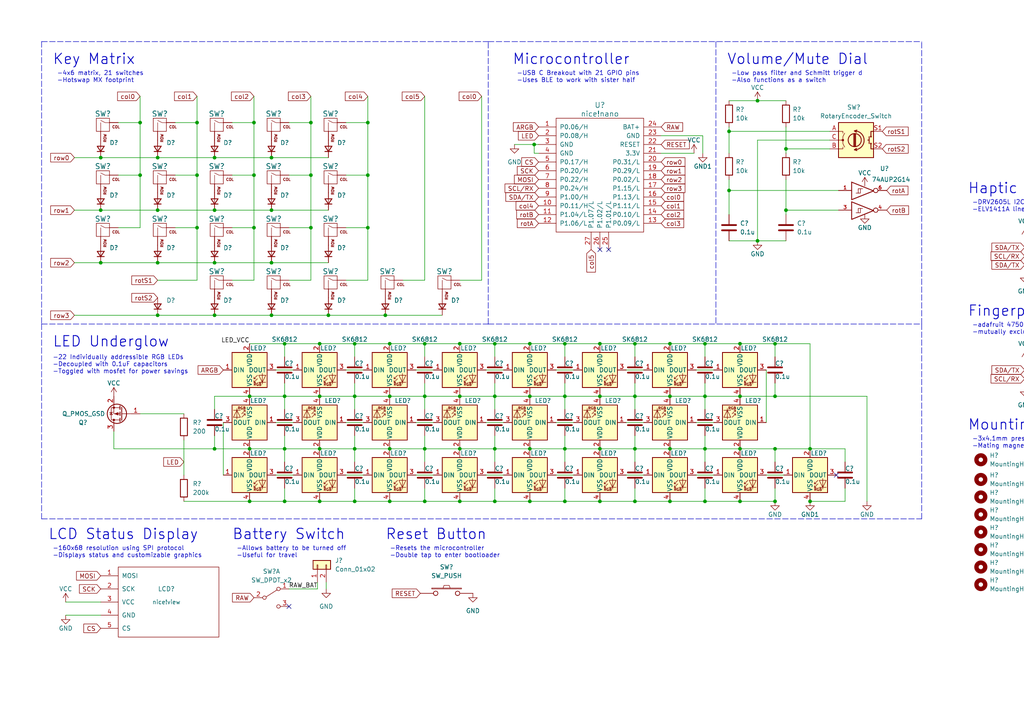
<source format=kicad_sch>
(kicad_sch (version 20211123) (generator eeschema)
  (paper "A4")
  (junction (at 102.87 130.175))
  (junction (at 82.55 145.415))
  (junction (at 72.39 130.175))
  (junction (at 73.66 50.8))
  (junction (at 62.23 60.96))
  (junction (at 90.17 35.56))
  (junction (at 123.19 114.935))
  (junction (at 224.79 114.935))
  (junction (at 102.87 145.415))
  (junction (at 153.67 145.415))
  (junction (at 62.23 91.44))
  (junction (at 92.71 130.175))
  (junction (at 78.74 60.96))
  (junction (at 224.79 145.415))
  (junction (at 82.55 130.175))
  (junction (at 143.51 114.935))
  (junction (at 204.47 145.415))
  (junction (at 90.17 50.8))
  (junction (at 154.94 41.91))
  (junction (at 123.19 99.695))
  (junction (at 29.21 76.2))
  (junction (at 163.83 114.935))
  (junction (at 214.63 114.935))
  (junction (at 184.15 114.935))
  (junction (at 111.76 91.44))
  (junction (at 224.79 99.695))
  (junction (at 133.35 99.695))
  (junction (at 194.31 130.175))
  (junction (at 214.63 99.695))
  (junction (at 163.83 145.415))
  (junction (at 163.83 130.175))
  (junction (at 204.47 99.695))
  (junction (at 234.95 130.175))
  (junction (at 153.67 99.695))
  (junction (at 234.95 145.415))
  (junction (at 40.64 50.8))
  (junction (at 123.19 145.415))
  (junction (at 133.35 130.175))
  (junction (at 113.03 114.935))
  (junction (at 143.51 130.175))
  (junction (at 227.965 43.18))
  (junction (at 133.35 145.415))
  (junction (at 92.71 99.695))
  (junction (at 78.74 91.44))
  (junction (at 95.25 91.44))
  (junction (at 133.35 114.935))
  (junction (at 73.66 35.56))
  (junction (at 113.03 130.175))
  (junction (at 62.23 76.2))
  (junction (at 73.66 66.04))
  (junction (at 106.68 66.04))
  (junction (at 173.99 130.175))
  (junction (at 143.51 99.695))
  (junction (at 72.39 114.935))
  (junction (at 45.72 45.72))
  (junction (at 57.15 50.8))
  (junction (at 78.74 45.72))
  (junction (at 194.31 99.695))
  (junction (at 214.63 145.415))
  (junction (at 224.79 130.175))
  (junction (at 214.63 130.175))
  (junction (at 106.68 50.8))
  (junction (at 92.71 145.415))
  (junction (at 204.47 130.175))
  (junction (at 113.03 99.695))
  (junction (at 29.21 45.72))
  (junction (at 45.72 91.44))
  (junction (at 62.23 45.72))
  (junction (at 45.72 76.2))
  (junction (at 153.67 130.175))
  (junction (at 163.83 99.695))
  (junction (at 211.455 38.1))
  (junction (at 227.965 60.96))
  (junction (at 219.71 69.85))
  (junction (at 78.74 76.2))
  (junction (at 102.87 114.935))
  (junction (at 82.55 114.935))
  (junction (at 184.15 130.175))
  (junction (at 173.99 99.695))
  (junction (at 173.99 114.935))
  (junction (at 153.67 114.935))
  (junction (at 90.17 66.04))
  (junction (at 72.39 145.415))
  (junction (at 123.19 130.175))
  (junction (at 40.64 35.56))
  (junction (at 204.47 114.935))
  (junction (at 57.15 66.04))
  (junction (at 92.71 114.935))
  (junction (at 184.15 145.415))
  (junction (at 173.99 145.415))
  (junction (at 184.15 99.695))
  (junction (at 106.68 35.56))
  (junction (at 102.87 99.695))
  (junction (at 57.15 35.56))
  (junction (at 219.71 29.21))
  (junction (at 194.31 145.415))
  (junction (at 45.72 60.96))
  (junction (at 82.55 99.695))
  (junction (at 194.31 114.935))
  (junction (at 29.21 60.96))
  (junction (at 211.455 55.245))
  (junction (at 113.03 145.415))
  (junction (at 62.23 130.175))
  (junction (at 143.51 145.415))
  (no_connect (at 173.99 72.39))
  (no_connect (at 242.57 137.795))
  (no_connect (at 176.53 72.39))
  (no_connect (at 83.82 175.895))
  (wire (pts (xy 140.97 122.555) (xy 146.05 122.555)))
  (wire (pts (xy 184.15 114.935) (xy 184.15 118.745)))
  (wire (pts (xy 123.19 114.935) (xy 133.35 114.935)))
  (wire (pts (xy 62.23 60.96) (xy 78.74 60.96)))
  (wire (pts (xy 123.19 130.175) (xy 133.35 130.175)))
  (wire (pts (xy 123.19 126.365) (xy 123.19 130.175)))
  (wire (pts (xy 78.74 76.2) (xy 95.25 76.2)))
  (wire (pts (xy 29.21 45.72) (xy 45.72 45.72)))
  (wire (pts (xy 143.51 103.505) (xy 143.51 99.695)))
  (wire (pts (xy 227.965 43.18) (xy 240.665 43.18)))
  (wire (pts (xy 211.455 55.245) (xy 243.205 55.245)))
  (wire (pts (xy 82.55 111.125) (xy 82.55 114.935)))
  (wire (pts (xy 82.55 126.365) (xy 82.55 130.175)))
  (wire (pts (xy 100.33 107.315) (xy 105.41 107.315)))
  (wire (pts (xy 154.94 44.45) (xy 154.94 41.91)))
  (wire (pts (xy 163.83 111.125) (xy 163.83 114.935)))
  (wire (pts (xy 163.83 145.415) (xy 173.99 145.415)))
  (polyline (pts (xy 141.605 93.98) (xy 267.335 93.98)))
  (wire (pts (xy 211.455 36.83) (xy 211.455 38.1)))
  (wire (pts (xy 173.99 99.695) (xy 184.15 99.695)))
  (wire (pts (xy 94.615 168.91) (xy 94.615 170.815)))
  (wire (pts (xy 143.51 111.125) (xy 143.51 114.935)))
  (polyline (pts (xy 267.335 150.495) (xy 267.335 93.98)))
  (wire (pts (xy 73.66 81.28) (xy 73.66 66.04)))
  (wire (pts (xy 227.965 36.83) (xy 227.965 43.18)))
  (wire (pts (xy 45.72 60.96) (xy 62.23 60.96)))
  (wire (pts (xy 201.93 107.315) (xy 207.01 107.315)))
  (wire (pts (xy 106.68 66.04) (xy 106.68 50.8)))
  (wire (pts (xy 72.39 145.415) (xy 82.55 145.415)))
  (wire (pts (xy 184.15 145.415) (xy 194.31 145.415)))
  (wire (pts (xy 67.31 66.04) (xy 73.66 66.04)))
  (wire (pts (xy 100.33 137.795) (xy 105.41 137.795)))
  (wire (pts (xy 106.68 35.56) (xy 106.68 50.8)))
  (wire (pts (xy 21.59 76.2) (xy 29.21 76.2)))
  (wire (pts (xy 57.15 66.04) (xy 57.15 50.8)))
  (wire (pts (xy 156.21 44.45) (xy 154.94 44.45)))
  (wire (pts (xy 224.79 99.695) (xy 234.95 99.695)))
  (wire (pts (xy 204.47 114.935) (xy 214.63 114.935)))
  (wire (pts (xy 45.72 76.2) (xy 62.23 76.2)))
  (wire (pts (xy 40.64 120.015) (xy 53.34 120.015)))
  (wire (pts (xy 40.64 66.04) (xy 40.64 50.8)))
  (polyline (pts (xy 12.065 93.98) (xy 141.605 93.98)))
  (wire (pts (xy 245.11 130.175) (xy 234.95 130.175)))
  (wire (pts (xy 204.47 111.125) (xy 204.47 114.935)))
  (wire (pts (xy 214.63 99.695) (xy 224.79 99.695)))
  (wire (pts (xy 201.93 137.795) (xy 207.01 137.795)))
  (wire (pts (xy 92.71 114.935) (xy 102.87 114.935)))
  (wire (pts (xy 139.7 27.94) (xy 139.7 81.28)))
  (wire (pts (xy 211.455 55.245) (xy 211.455 62.23)))
  (wire (pts (xy 78.74 91.44) (xy 95.25 91.44)))
  (wire (pts (xy 83.82 35.56) (xy 90.17 35.56)))
  (wire (pts (xy 33.02 130.175) (xy 33.02 125.095)))
  (wire (pts (xy 50.8 50.8) (xy 57.15 50.8)))
  (wire (pts (xy 219.71 29.21) (xy 227.965 29.21)))
  (wire (pts (xy 211.455 38.1) (xy 211.455 44.45)))
  (wire (pts (xy 211.455 38.1) (xy 240.665 38.1)))
  (wire (pts (xy 143.51 130.175) (xy 143.51 133.985)))
  (wire (pts (xy 194.31 130.175) (xy 204.47 130.175)))
  (wire (pts (xy 224.79 111.125) (xy 224.79 114.935)))
  (wire (pts (xy 219.71 69.85) (xy 227.965 69.85)))
  (wire (pts (xy 90.17 81.28) (xy 90.17 66.04)))
  (wire (pts (xy 133.35 145.415) (xy 143.51 145.415)))
  (wire (pts (xy 181.61 137.795) (xy 186.69 137.795)))
  (wire (pts (xy 123.19 99.695) (xy 123.19 103.505)))
  (wire (pts (xy 102.87 130.175) (xy 102.87 133.985)))
  (wire (pts (xy 133.35 99.695) (xy 143.51 99.695)))
  (wire (pts (xy 62.23 126.365) (xy 62.23 130.175)))
  (wire (pts (xy 92.71 145.415) (xy 102.87 145.415)))
  (wire (pts (xy 64.77 122.555) (xy 64.77 137.795)))
  (wire (pts (xy 224.79 114.935) (xy 251.46 114.935)))
  (wire (pts (xy 92.71 99.695) (xy 102.87 99.695)))
  (wire (pts (xy 113.03 114.935) (xy 123.19 114.935)))
  (wire (pts (xy 73.66 66.04) (xy 73.66 50.8)))
  (wire (pts (xy 62.23 76.2) (xy 78.74 76.2)))
  (wire (pts (xy 100.33 50.8) (xy 106.68 50.8)))
  (wire (pts (xy 73.66 27.94) (xy 73.66 35.56)))
  (wire (pts (xy 163.83 126.365) (xy 163.83 130.175)))
  (wire (pts (xy 106.68 27.94) (xy 106.68 35.56)))
  (wire (pts (xy 191.77 44.45) (xy 201.295 44.45)))
  (wire (pts (xy 90.17 66.04) (xy 90.17 50.8)))
  (wire (pts (xy 211.455 69.85) (xy 219.71 69.85)))
  (wire (pts (xy 143.51 141.605) (xy 143.51 145.415)))
  (polyline (pts (xy 12.065 12.065) (xy 141.605 12.065)))
  (wire (pts (xy 80.01 122.555) (xy 85.09 122.555)))
  (wire (pts (xy 204.47 126.365) (xy 204.47 130.175)))
  (wire (pts (xy 163.83 130.175) (xy 163.83 133.985)))
  (wire (pts (xy 163.83 114.935) (xy 163.83 118.745)))
  (wire (pts (xy 120.65 107.315) (xy 125.73 107.315)))
  (wire (pts (xy 211.455 29.21) (xy 219.71 29.21)))
  (wire (pts (xy 102.87 145.415) (xy 113.03 145.415)))
  (wire (pts (xy 227.965 52.07) (xy 227.965 60.96)))
  (wire (pts (xy 227.965 60.96) (xy 227.965 62.23)))
  (polyline (pts (xy 12.065 12.065) (xy 12.065 93.98)))
  (polyline (pts (xy 12.065 150.495) (xy 267.335 150.495)))
  (polyline (pts (xy 12.065 93.98) (xy 12.065 150.495)))
  (wire (pts (xy 21.59 91.44) (xy 45.72 91.44)))
  (polyline (pts (xy 141.605 93.98) (xy 141.605 12.065)))
  (wire (pts (xy 102.87 141.605) (xy 102.87 145.415)))
  (wire (pts (xy 34.29 35.56) (xy 40.64 35.56)))
  (wire (pts (xy 100.33 81.28) (xy 106.68 81.28)))
  (wire (pts (xy 204.47 133.985) (xy 204.47 130.175)))
  (wire (pts (xy 227.965 43.18) (xy 227.965 44.45)))
  (wire (pts (xy 57.15 27.94) (xy 57.15 35.56)))
  (wire (pts (xy 204.47 114.935) (xy 204.47 118.745)))
  (wire (pts (xy 57.15 81.28) (xy 57.15 66.04)))
  (wire (pts (xy 184.15 99.695) (xy 184.15 103.505)))
  (wire (pts (xy 45.72 81.28) (xy 57.15 81.28)))
  (wire (pts (xy 72.39 99.695) (xy 82.55 99.695)))
  (wire (pts (xy 161.29 107.315) (xy 166.37 107.315)))
  (wire (pts (xy 82.55 99.695) (xy 82.55 103.505)))
  (wire (pts (xy 163.83 141.605) (xy 163.83 145.415)))
  (wire (pts (xy 72.39 114.935) (xy 82.55 114.935)))
  (wire (pts (xy 120.65 137.795) (xy 125.73 137.795)))
  (wire (pts (xy 143.51 99.695) (xy 153.67 99.695)))
  (wire (pts (xy 80.01 137.795) (xy 85.09 137.795)))
  (wire (pts (xy 173.99 130.175) (xy 184.15 130.175)))
  (wire (pts (xy 62.23 91.44) (xy 78.74 91.44)))
  (wire (pts (xy 245.11 133.985) (xy 245.11 130.175)))
  (wire (pts (xy 113.03 145.415) (xy 123.19 145.415)))
  (polyline (pts (xy 267.335 93.98) (xy 267.335 12.065)))
  (wire (pts (xy 156.21 41.91) (xy 154.94 41.91)))
  (wire (pts (xy 123.19 141.605) (xy 123.19 145.415)))
  (wire (pts (xy 224.79 133.985) (xy 224.79 130.175)))
  (wire (pts (xy 139.7 81.28) (xy 133.35 81.28)))
  (wire (pts (xy 161.29 122.555) (xy 166.37 122.555)))
  (wire (pts (xy 163.83 99.695) (xy 173.99 99.695)))
  (wire (pts (xy 222.25 137.795) (xy 227.33 137.795)))
  (wire (pts (xy 181.61 107.315) (xy 186.69 107.315)))
  (wire (pts (xy 21.59 45.72) (xy 29.21 45.72)))
  (wire (pts (xy 82.55 130.175) (xy 92.71 130.175)))
  (wire (pts (xy 224.79 145.415) (xy 224.79 141.605)))
  (wire (pts (xy 227.965 60.96) (xy 243.205 60.96)))
  (wire (pts (xy 219.71 40.64) (xy 240.665 40.64)))
  (wire (pts (xy 143.51 130.175) (xy 153.67 130.175)))
  (wire (pts (xy 102.87 114.935) (xy 113.03 114.935)))
  (wire (pts (xy 90.17 27.94) (xy 90.17 35.56)))
  (wire (pts (xy 245.11 141.605) (xy 245.11 145.415)))
  (wire (pts (xy 173.99 145.415) (xy 184.15 145.415)))
  (wire (pts (xy 194.31 114.935) (xy 204.47 114.935)))
  (wire (pts (xy 19.05 174.625) (xy 29.21 174.625)))
  (wire (pts (xy 219.71 40.64) (xy 219.71 69.85)))
  (wire (pts (xy 82.55 114.935) (xy 92.71 114.935)))
  (wire (pts (xy 92.71 130.175) (xy 102.87 130.175)))
  (wire (pts (xy 143.51 126.365) (xy 143.51 130.175)))
  (wire (pts (xy 102.87 99.695) (xy 113.03 99.695)))
  (wire (pts (xy 133.35 130.175) (xy 143.51 130.175)))
  (wire (pts (xy 102.87 114.935) (xy 102.87 118.745)))
  (wire (pts (xy 34.29 50.8) (xy 40.64 50.8)))
  (wire (pts (xy 173.99 114.935) (xy 184.15 114.935)))
  (wire (pts (xy 194.31 99.695) (xy 204.47 99.695)))
  (wire (pts (xy 184.15 99.695) (xy 194.31 99.695)))
  (wire (pts (xy 111.76 91.44) (xy 128.27 91.44)))
  (wire (pts (xy 45.72 91.44) (xy 62.23 91.44)))
  (wire (pts (xy 92.075 168.91) (xy 92.075 170.815)))
  (wire (pts (xy 72.39 114.935) (xy 62.23 114.935)))
  (wire (pts (xy 100.33 35.56) (xy 106.68 35.56)))
  (wire (pts (xy 78.74 45.72) (xy 95.25 45.72)))
  (wire (pts (xy 184.15 130.175) (xy 184.15 133.985)))
  (wire (pts (xy 67.31 81.28) (xy 73.66 81.28)))
  (wire (pts (xy 19.05 178.435) (xy 29.21 178.435)))
  (wire (pts (xy 100.33 122.555) (xy 105.41 122.555)))
  (wire (pts (xy 45.72 45.72) (xy 62.23 45.72)))
  (wire (pts (xy 163.83 130.175) (xy 173.99 130.175)))
  (wire (pts (xy 224.79 99.695) (xy 224.79 103.505)))
  (wire (pts (xy 83.82 81.28) (xy 90.17 81.28)))
  (wire (pts (xy 184.15 126.365) (xy 184.15 130.175)))
  (wire (pts (xy 224.79 130.175) (xy 234.95 130.175)))
  (wire (pts (xy 100.33 66.04) (xy 106.68 66.04)))
  (wire (pts (xy 153.67 145.415) (xy 163.83 145.415)))
  (wire (pts (xy 184.15 111.125) (xy 184.15 114.935)))
  (wire (pts (xy 78.74 60.96) (xy 95.25 60.96)))
  (wire (pts (xy 83.82 170.815) (xy 92.075 170.815)))
  (wire (pts (xy 163.83 99.695) (xy 163.83 103.505)))
  (wire (pts (xy 120.65 122.555) (xy 125.73 122.555)))
  (wire (pts (xy 184.15 141.605) (xy 184.15 145.415)))
  (wire (pts (xy 50.8 35.56) (xy 57.15 35.56)))
  (wire (pts (xy 82.55 99.695) (xy 92.71 99.695)))
  (wire (pts (xy 50.8 66.04) (xy 57.15 66.04)))
  (wire (pts (xy 211.455 52.07) (xy 211.455 55.245)))
  (wire (pts (xy 106.68 81.28) (xy 106.68 66.04)))
  (wire (pts (xy 184.15 130.175) (xy 194.31 130.175)))
  (wire (pts (xy 203.835 39.37) (xy 203.835 44.45)))
  (wire (pts (xy 62.23 45.72) (xy 78.74 45.72)))
  (wire (pts (xy 181.61 122.555) (xy 186.69 122.555)))
  (wire (pts (xy 113.03 130.175) (xy 123.19 130.175)))
  (wire (pts (xy 140.97 137.795) (xy 146.05 137.795)))
  (wire (pts (xy 153.67 114.935) (xy 163.83 114.935)))
  (wire (pts (xy 143.51 114.935) (xy 153.67 114.935)))
  (wire (pts (xy 123.19 145.415) (xy 133.35 145.415)))
  (wire (pts (xy 204.47 99.695) (xy 204.47 103.505)))
  (wire (pts (xy 191.77 39.37) (xy 203.835 39.37)))
  (wire (pts (xy 82.55 141.605) (xy 82.55 145.415)))
  (wire (pts (xy 29.21 76.2) (xy 45.72 76.2)))
  (wire (pts (xy 57.15 35.56) (xy 57.15 50.8)))
  (wire (pts (xy 143.51 145.415) (xy 153.67 145.415)))
  (wire (pts (xy 102.87 130.175) (xy 113.03 130.175)))
  (wire (pts (xy 133.35 114.935) (xy 143.51 114.935)))
  (wire (pts (xy 123.19 114.935) (xy 123.19 118.745)))
  (wire (pts (xy 214.63 114.935) (xy 224.79 114.935)))
  (wire (pts (xy 123.19 99.695) (xy 133.35 99.695)))
  (wire (pts (xy 62.23 114.935) (xy 62.23 118.745)))
  (wire (pts (xy 214.63 145.415) (xy 224.79 145.415)))
  (wire (pts (xy 113.03 99.695) (xy 123.19 99.695)))
  (wire (pts (xy 140.97 107.315) (xy 146.05 107.315)))
  (wire (pts (xy 123.19 130.175) (xy 123.19 133.985)))
  (wire (pts (xy 82.55 130.175) (xy 82.55 133.985)))
  (wire (pts (xy 67.31 50.8) (xy 73.66 50.8)))
  (wire (pts (xy 73.66 35.56) (xy 73.66 50.8)))
  (wire (pts (xy 154.94 41.91) (xy 149.225 41.91)))
  (wire (pts (xy 194.31 145.415) (xy 204.47 145.415)))
  (wire (pts (xy 67.31 35.56) (xy 73.66 35.56)))
  (wire (pts (xy 72.39 130.175) (xy 82.55 130.175)))
  (wire (pts (xy 95.25 91.44) (xy 111.76 91.44)))
  (wire (pts (xy 62.23 130.175) (xy 33.02 130.175)))
  (wire (pts (xy 201.93 122.555) (xy 207.01 122.555)))
  (wire (pts (xy 214.63 130.175) (xy 224.79 130.175)))
  (wire (pts (xy 234.95 145.415) (xy 245.11 145.415)))
  (wire (pts (xy 102.87 126.365) (xy 102.87 130.175)))
  (wire (pts (xy 222.25 107.315) (xy 222.25 122.555)))
  (wire (pts (xy 40.64 27.94) (xy 40.64 35.56)))
  (wire (pts (xy 204.47 99.695) (xy 214.63 99.695)))
  (wire (pts (xy 123.19 27.94) (xy 123.19 81.28)))
  (wire (pts (xy 204.47 130.175) (xy 214.63 130.175)))
  (wire (pts (xy 204.47 145.415) (xy 214.63 145.415)))
  (wire (pts (xy 153.67 99.695) (xy 163.83 99.695)))
  (wire (pts (xy 53.34 127.635) (xy 53.34 137.795)))
  (wire (pts (xy 251.46 145.415) (xy 251.46 114.935)))
  (wire (pts (xy 234.95 99.695) (xy 234.95 130.175)))
  (wire (pts (xy 62.23 130.175) (xy 72.39 130.175)))
  (wire (pts (xy 204.47 141.605) (xy 204.47 145.415)))
  (wire (pts (xy 123.19 81.28) (xy 116.84 81.28)))
  (wire (pts (xy 143.51 114.935) (xy 143.51 118.745)))
  (wire (pts (xy 102.87 111.125) (xy 102.87 114.935)))
  (polyline (pts (xy 207.645 12.065) (xy 207.645 93.98)))
  (wire (pts (xy 34.29 66.04) (xy 40.64 66.04)))
  (polyline (pts (xy 141.605 12.065) (xy 267.335 12.065)))
  (wire (pts (xy 80.01 107.315) (xy 85.09 107.315)))
  (wire (pts (xy 29.21 60.96) (xy 45.72 60.96)))
  (wire (pts (xy 102.87 99.695) (xy 102.87 103.505)))
  (wire (pts (xy 163.83 114.935) (xy 173.99 114.935)))
  (wire (pts (xy 153.67 130.175) (xy 163.83 130.175)))
  (wire (pts (xy 161.29 137.795) (xy 166.37 137.795)))
  (wire (pts (xy 83.82 66.04) (xy 90.17 66.04)))
  (wire (pts (xy 21.59 60.96) (xy 29.21 60.96)))
  (wire (pts (xy 82.55 145.415) (xy 92.71 145.415)))
  (wire (pts (xy 40.64 35.56) (xy 40.64 50.8)))
  (wire (pts (xy 90.17 35.56) (xy 90.17 50.8)))
  (wire (pts (xy 123.19 111.125) (xy 123.19 114.935)))
  (wire (pts (xy 53.34 145.415) (xy 72.39 145.415)))
  (wire (pts (xy 82.55 114.935) (xy 82.55 118.745)))
  (wire (pts (xy 184.15 114.935) (xy 194.31 114.935)))
  (wire (pts (xy 83.82 50.8) (xy 90.17 50.8)))
  (text "-USB C Breakout with 21 GPIO pins\n-Uses BLE to work with sister half" (at 149.86 24.13 0) (effects (font (size 1.27 1.27)) (justify left bottom)))
  (text "-Allows battery to be turned off\n-Useful for travel" (at 68.58 161.925 0) (effects (font (size 1.27 1.27)) (justify left bottom)))
  (text "Key Matrix" (at 15.24 19.05 0) (effects (font (size 3 3) (thickness 0.254) bold) (justify left bottom)))
  (text "Volume/Mute Dial" (at 210.82 19.05 0) (effects (font (size 3 3) (thickness 0.254) bold) (justify left bottom)))
  (text "-160x68 resolution using SPI protocol\n-Displays status and customizable graphics" (at 15.24 161.925 0) (effects (font (size 1.27 1.27)) (justify left bottom)))
  (text "Reset Button" (at 111.76 156.845 0) (effects (font (size 3 3) (thickness 0.254) bold) (justify left bottom)))
  (text "LCD Status Display" (at 13.97 156.845 0) (effects (font (size 3 3) (thickness 0.254) bold) (justify left bottom)))
  (text "Battery Switch" (at 67.31 156.845 0) (effects (font (size 3 3) (thickness 0.254) bold) (justify left bottom)))
  (text "-4x6 matrix, 21 switches\n-Hotswap MX footprint" (at 16.51 24.13 0) (effects (font (size 1.27 1.27)) (justify left bottom)))
  (text "-adafruit 4750 and uses UART\n-mutually exclusive with haptic" (at 281.94 97.155 0) (effects (font (size 1.27 1.27)) (justify left bottom)))
  (text "Haptic Feedback" (at 280.67 56.515 0) (effects (font (size 3 3) (thickness 0.254) bold) (justify left bottom)))
  (text "Fingerprint Reader" (at 280.67 92.075 0) (effects (font (size 3 3) (thickness 0.254) bold) (justify left bottom)))
  (text "Mounting Holes" (at 280.67 125.095 0) (effects (font (size 3 3) (thickness 0.254) bold) (justify left bottom)))
  (text "-3x4.1mm press fit holes\n-Mating magnets sit past these" (at 281.94 130.175 0) (effects (font (size 1.27 1.27)) (justify left bottom)))
  (text "-22 Individually addressible RGB LEDs\n-Decoupled with 0.1uF capacitors\n-Toggled with mosfet for power savings" (at 15.24 108.585 0) (effects (font (size 1.27 1.27)) (justify left bottom)))
  (text "LED Underglow" (at 15.24 100.965 0) (effects (font (size 3 3) (thickness 0.254) bold) (justify left bottom)))
  (text "Microcontroller" (at 148.59 19.05 0) (effects (font (size 3 3) (thickness 0.254) bold) (justify left bottom)))
  (text "-DRV2605L I2C haptic driver\n-ELV1411A linear resonant actuator" (at 281.94 61.595 0) (effects (font (size 1.27 1.27)) (justify left bottom)))
  (text "-Resets the microcontroller\n-Double tap to enter bootloader" (at 113.03 161.925 0) (effects (font (size 1.27 1.27)) (justify left bottom)))
  (text "-Low pass filter and Schmitt trigger d\n-Also functions as a switch" (at 212.09 24.13 0) (effects (font (size 1.27 1.27)) (justify left bottom)))
  (label "RAW_BAT" (at 92.075 170.815 180))
  (label "LED_VCC" (at 72.39 99.695 180))
  (global_label "row2" (shape input) (at 191.77 52.07 0) (property "Intersheet References" "${INTERSHEET_REFS}" (effects hide)))
  (global_label "row0" (shape input) (at 191.77 46.99 0) (property "Intersheet References" "${INTERSHEET_REFS}" (effects hide)))
  (global_label "LED" (shape input) (at 53.34 133.985 180) (property "Intersheet References" "${INTERSHEET_REFS}" (effects hide)))
  (global_label "LED" (shape input) (at 156.21 39.37 180) (property "Intersheet References" "${INTERSHEET_REFS}" (effects hide)))
  (global_label "col3" (shape input) (at 191.77 64.77 0) (property "Intersheet References" "${INTERSHEET_REFS}" (effects hide)))
  (global_label "col3" (shape input) (at 90.17 27.94 180) (property "Intersheet References" "${INTERSHEET_REFS}" (effects hide)))
  (global_label "rotS1" (shape input) (at 255.905 38.1 0) (property "Intersheet References" "${INTERSHEET_REFS}" (effects hide)))
  (global_label "SDA{slash}TX" (shape input) (at 156.21 57.15 180) (property "Intersheet References" "${INTERSHEET_REFS}" (effects hide)))
  (global_label "rotB" (shape input) (at 257.175 60.96 0) (property "Intersheet References" "${INTERSHEET_REFS}" (effects hide)))
  (global_label "ARGB" (shape input) (at 156.21 36.83 180) (property "Intersheet References" "${INTERSHEET_REFS}" (effects hide)))
  (global_label "CS" (shape input) (at 29.21 182.245 180) (property "Intersheet References" "${INTERSHEET_REFS}" (effects hide)))
  (global_label "row1" (shape input) (at 21.59 60.96 180) (property "Intersheet References" "${INTERSHEET_REFS}" (effects hide)))
  (global_label "row3" (shape input) (at 191.77 54.61 0) (property "Intersheet References" "${INTERSHEET_REFS}" (effects hide)))
  (global_label "col4" (shape input) (at 156.21 59.69 180) (property "Intersheet References" "${INTERSHEET_REFS}" (effects hide)))
  (global_label "col1" (shape input) (at 191.77 59.69 0) (property "Intersheet References" "${INTERSHEET_REFS}" (effects hide)))
  (global_label "MOSI" (shape input) (at 156.21 52.07 180) (property "Intersheet References" "${INTERSHEET_REFS}" (effects hide)))
  (global_label "col4" (shape input) (at 106.68 27.94 180) (property "Intersheet References" "${INTERSHEET_REFS}" (effects hide)))
  (global_label "SCL{slash}RX" (shape input) (at 297.18 109.855 180) (property "Intersheet References" "${INTERSHEET_REFS}" (effects hide)))
  (global_label "MOSI" (shape input) (at 29.21 167.005 180) (property "Intersheet References" "${INTERSHEET_REFS}" (effects hide)))
  (global_label "row0" (shape input) (at 21.59 45.72 180) (property "Intersheet References" "${INTERSHEET_REFS}" (effects hide)))
  (global_label "SCL{slash}RX" (shape input) (at 297.18 74.295 180) (property "Intersheet References" "${INTERSHEET_REFS}" (effects hide)))
  (global_label "SDA{slash}TX" (shape input) (at 297.18 107.315 180) (property "Intersheet References" "${INTERSHEET_REFS}" (effects hide)))
  (global_label "col0" (shape input) (at 139.7 27.94 180) (property "Intersheet References" "${INTERSHEET_REFS}" (effects hide)))
  (global_label "col2" (shape input) (at 73.66 27.94 180) (property "Intersheet References" "${INTERSHEET_REFS}" (effects hide)))
  (global_label "col0" (shape input) (at 191.77 57.15 0) (property "Intersheet References" "${INTERSHEET_REFS}" (effects hide)))
  (global_label "ARGB" (shape input) (at 64.77 107.315 180) (property "Intersheet References" "${INTERSHEET_REFS}" (effects hide)))
  (global_label "row2" (shape input) (at 21.59 76.2 180) (property "Intersheet References" "${INTERSHEET_REFS}" (effects hide)))
  (global_label "CS" (shape input) (at 156.21 46.99 180) (property "Intersheet References" "${INTERSHEET_REFS}" (effects hide)))
  (global_label "RAW" (shape input) (at 73.66 173.355 180) (property "Intersheet References" "${INTERSHEET_REFS}" (effects hide)))
  (global_label "col1" (shape input) (at 57.15 27.94 180) (property "Intersheet References" "${INTERSHEET_REFS}" (effects hide)))
  (global_label "row1" (shape input) (at 191.77 49.53 0) (property "Intersheet References" "${INTERSHEET_REFS}" (effects hide)))
  (global_label "rotA" (shape input) (at 156.21 64.77 180) (property "Intersheet References" "${INTERSHEET_REFS}" (effects hide)))
  (global_label "col5" (shape input) (at 123.19 27.94 180) (property "Intersheet References" "${INTERSHEET_REFS}" (effects hide)))
  (global_label "RAW" (shape input) (at 191.77 36.83 0) (property "Intersheet References" "${INTERSHEET_REFS}" (effects hide)))
  (global_label "rotS2" (shape input) (at 45.72 86.36 180) (property "Intersheet References" "${INTERSHEET_REFS}" (effects hide)))
  (global_label "row3" (shape input) (at 21.59 91.44 180) (property "Intersheet References" "${INTERSHEET_REFS}" (effects hide)))
  (global_label "col5" (shape input) (at 171.45 72.39 270) (property "Intersheet References" "${INTERSHEET_REFS}" (effects hide)))
  (global_label "rotS2" (shape input) (at 255.905 43.18 0) (property "Intersheet References" "${INTERSHEET_REFS}" (effects hide)))
  (global_label "SDA{slash}TX" (shape input) (at 297.18 71.755 180) (property "Intersheet References" "${INTERSHEET_REFS}" (effects hide)))
  (global_label "SCL{slash}RX" (shape input) (at 156.21 54.61 180) (property "Intersheet References" "${INTERSHEET_REFS}" (effects hide)))
  (global_label "rotB" (shape input) (at 156.21 62.23 180) (property "Intersheet References" "${INTERSHEET_REFS}" (effects hide)))
  (global_label "rotS1" (shape input) (at 45.72 81.28 180) (property "Intersheet References" "${INTERSHEET_REFS}" (effects hide)))
  (global_label "col2" (shape input) (at 191.77 62.23 0) (property "Intersheet References" "${INTERSHEET_REFS}" (effects hide)))
  (global_label "SCK" (shape input) (at 156.21 49.53 180) (property "Intersheet References" "${INTERSHEET_REFS}" (effects hide)))
  (global_label "rotA" (shape input) (at 257.175 55.245 0) (property "Intersheet References" "${INTERSHEET_REFS}" (effects hide)))
  (global_label "SDA{slash}TX" (shape input) (at 297.18 76.835 180) (property "Intersheet References" "${INTERSHEET_REFS}" (effects hide)))
  (global_label "RESET" (shape input) (at 191.77 41.91 0) (property "Intersheet References" "${INTERSHEET_REFS}" (effects hide)))
  (global_label "RESET" (shape input) (at 121.92 172.085 180) (property "Intersheet References" "${INTERSHEET_REFS}" (effects hide)))
  (global_label "col0" (shape input) (at 40.64 27.94 180) (property "Intersheet References" "${INTERSHEET_REFS}" (effects hide)))
  (global_label "SCK" (shape input) (at 29.21 170.815 180) (property "Intersheet References" "${INTERSHEET_REFS}" (effects hide)))
  (symbol (lib_id "hb44:SK6812") (at 133.35 122.555 180) (unit 1)
    (property "Reference" "LED?" (at 137.16 116.205 0))
    (property "Value" "SK6812" (effects hide))
    (property "Footprint" "hb44:SK6812-SIDE" (effects hide))
    (property "Datasheet" "https://www.ledlightinghut.com/files/SK6812%20side%204020.pdf" (effects hide))
  )
  (symbol (lib_id "hb44:Switch") (at 46.99 52.07 0) (unit 1)
    (property "Reference" "SW?" (at 46.355 48.26 0) (effects (font (size 1.524 1.524))))
    (property "Value" "MX" (effects hide))
    (property "Footprint" "hb44:SMD_CherryMX_MidHeight_HotSwap" (effects hide))
  )
  (symbol (lib_id "hb44:SK6812") (at 72.39 122.555 180) (unit 1)
    (property "Reference" "LED?" (at 74.93 116.205 0))
    (property "Value" "SK6812" (effects hide))
    (property "Footprint" "hb44:SK6812-SIDE" (effects hide))
    (property "Datasheet" "https://www.ledlightinghut.com/files/SK6812%20side%204020.pdf" (effects hide))
  )
  (symbol (lib_id "hb44:Switch") (at 63.5 67.31 0) (unit 1)
    (property "Reference" "SW?" (at 62.865 63.5 0) (effects (font (size 1.524 1.524))))
    (property "Value" "MX" (effects hide))
    (property "Footprint" "hb44:SMD_CherryMX_MidHeight_HotSwap" (effects hide))
  )
  (symbol (lib_id "Device:C") (at 102.87 122.555 0) (unit 1)
    (property "Reference" "C?" (at 102.87 120.65 0) (effects (justify left)))
    (property "Value" "0.1u" (at 102.87 124.46 0) (effects (justify left)))
    (property "Footprint" "hb44:SMD_Cap_0603" (effects hide))
  )
  (symbol (lib_id "hb44:nice!nano") (at 173.99 50.8 0) (unit 1)
    (property "Reference" "U?" (at 173.99 30.48 0) (effects (font (size 1.524 1.524))))
    (property "Value" "nice!nano" (at 173.99 33.02 0) (effects (font (size 1.524 1.524))))
    (property "Footprint" "hb44:nice!nano" (effects hide))
  )
  (symbol (lib_id "hb44:Switch") (at 96.52 67.31 0) (unit 1)
    (property "Reference" "SW?" (at 95.885 63.5 0) (effects (font (size 1.524 1.524))))
    (property "Value" "MX" (effects hide))
    (property "Footprint" "hb44:SMD_CherryMX_MidHeight_HotSwap" (effects hide))
  )
  (symbol (lib_id "hb44:Switch") (at 80.01 52.07 0) (unit 1)
    (property "Reference" "SW?" (at 79.375 48.26 0) (effects (font (size 1.524 1.524))))
    (property "Value" "MX" (effects hide))
    (property "Footprint" "hb44:SMD_CherryMX_MidHeight_HotSwap" (effects hide))
  )
  (symbol (lib_id "power:VCC") (at 219.71 29.21 0) (unit 1)
    (property "Reference" "#PWR?" (effects hide))
    (property "Value" "VCC" (at 219.71 25.4 0))
  )
  (symbol (lib_id "Device:C") (at 224.79 137.795 0) (unit 1)
    (property "Reference" "C?" (at 224.79 135.89 0) (effects (justify left)))
    (property "Value" "0.1u" (at 224.79 139.7 0) (effects (justify left)))
    (property "Footprint" "hb44:SMD_Cap_0603" (effects hide))
  )
  (symbol (lib_id "Device:C") (at 143.51 107.315 0) (unit 1)
    (property "Reference" "C?" (at 143.51 105.41 0) (effects (justify left)))
    (property "Value" "0.1u" (at 143.51 109.22 0) (effects (justify left)))
    (property "Footprint" "hb44:SMD_Cap_0603" (effects hide))
  )
  (symbol (lib_id "Connector_Generic:Conn_01x04") (at 302.26 107.315 0) (unit 1) (in_bom no) (on_board no)
    (property "Reference" "J?" (at 304.8 107.3149 0) (effects (justify left)))
    (property "Value" "Conn_01x05" (at 304.8 109.8549 0) (effects (justify left)))
    (property "Footprint" "hb44:Pimoroni Haptic Buzz" (effects hide))
  )
  (symbol (lib_id "hb44:SK6812") (at 153.67 137.795 0) (unit 1)
    (property "Reference" "LED?" (at 156.21 131.445 0))
    (property "Value" "SK6812" (effects hide))
    (property "Footprint" "hb44:SK6812-SIDE" (effects hide))
    (property "Datasheet" "https://www.ledlightinghut.com/files/SK6812%20side%204020.pdf" (effects hide))
  )
  (symbol (lib_id "Device:C") (at 82.55 137.795 0) (unit 1)
    (property "Reference" "C?" (at 82.55 135.89 0) (effects (justify left)))
    (property "Value" "0.1u" (at 82.55 139.7 0) (effects (justify left)))
    (property "Footprint" "hb44:SMD_Cap_0603" (effects hide))
  )
  (symbol (lib_id "power:GND1") (at 203.835 44.45 0) (unit 1)
    (property "Reference" "#PWR?" (effects hide))
    (property "Value" "GND1" (at 203.835 48.26 0))
  )
  (symbol (lib_id "Mechanical:MountingHole") (at 284.48 159.385 0) (unit 1)
    (property "Reference" "H?" (at 287.02 158.1149 0) (effects (justify left)))
    (property "Value" "MountingHole" (at 287.02 160.6549 0) (effects (justify left)))
    (property "Footprint" "hb44:MountingHole_4mm" (effects hide))
  )
  (symbol (lib_id "Device:C") (at 123.19 107.315 0) (unit 1)
    (property "Reference" "C?" (at 123.19 105.41 0) (effects (justify left)))
    (property "Value" "0.1u" (at 123.19 109.22 0) (effects (justify left)))
    (property "Footprint" "hb44:SMD_Cap_0603" (effects hide))
  )
  (symbol (lib_id "Mechanical:MountingHole") (at 284.48 164.465 0) (unit 1)
    (property "Reference" "H?" (at 287.02 163.1949 0) (effects (justify left)))
    (property "Value" "MountingHole" (at 287.02 165.7349 0) (effects (justify left)))
    (property "Footprint" "hb44:MountingHole_4mm" (effects hide))
  )
  (symbol (lib_id "hb44:SK6812") (at 234.95 137.795 0) (unit 1)
    (property "Reference" "LED?" (at 237.49 131.445 0))
    (property "Value" "SK6812" (effects hide))
    (property "Footprint" "hb44:SK6812-SIDE" (effects hide))
    (property "Datasheet" "https://www.ledlightinghut.com/files/SK6812%20side%204020.pdf" (effects hide))
  )
  (symbol (lib_id "Device:C") (at 204.47 107.315 0) (unit 1)
    (property "Reference" "C?" (at 204.47 105.41 0) (effects (justify left)))
    (property "Value" "0.1u" (at 204.47 109.22 0) (effects (justify left)))
    (property "Footprint" "hb44:SMD_Cap_0603" (effects hide))
  )
  (symbol (lib_id "Device:C") (at 143.51 137.795 0) (unit 1)
    (property "Reference" "C?" (at 143.51 135.89 0) (effects (justify left)))
    (property "Value" "0.1u" (at 143.51 139.7 0) (effects (justify left)))
    (property "Footprint" "hb44:SMD_Cap_0603" (effects hide))
  )
  (symbol (lib_id "Device:C") (at 211.455 66.04 0) (unit 1)
    (property "Reference" "C?" (at 214.63 64.7699 0) (effects (justify left)))
    (property "Value" "0.1u" (at 214.63 67.3099 0) (effects (justify left)))
    (property "Footprint" "hb44:SMD_Cap_0603" (effects hide))
  )
  (symbol (lib_id "Device:C") (at 184.15 137.795 0) (unit 1)
    (property "Reference" "C?" (at 184.15 135.89 0) (effects (justify left)))
    (property "Value" "0.1u" (at 184.15 139.7 0) (effects (justify left)))
    (property "Footprint" "hb44:SMD_Cap_0603" (effects hide))
  )
  (symbol (lib_id "power:VCC") (at 250.825 53.975 0) (unit 1)
    (property "Reference" "#PWR?" (effects hide))
    (property "Value" "VCC" (at 250.825 50.165 0))
  )
  (symbol (lib_id "hb44:SK6812") (at 72.39 107.315 0) (unit 1)
    (property "Reference" "LED?" (at 74.93 100.965 0))
    (property "Value" "SK6812" (at 82.55 98.425 0))
    (property "Footprint" "hb44:SK6812-SIDE" (effects hide))
    (property "Datasheet" "https://www.ledlightinghut.com/files/SK6812%20side%204020.pdf" (effects hide))
  )
  (symbol (lib_id "Device:D_Small") (at 111.76 88.9 90) (unit 1)
    (property "Reference" "D?" (at 114.3 87.122 90) (effects (justify right)))
    (property "Value" " " (at 114.3 89.408 90) (effects (justify right)))
    (property "Footprint" "hb44:SMD_SOD123" (effects hide))
  )
  (symbol (lib_id "Device:RotaryEncoder_Switch") (at 248.285 40.64 0) (unit 1)
    (property "Reference" "SW?" (at 247.65 31.115 0))
    (property "Value" "RotaryEncoder_Switch" (at 248.285 33.655 0))
    (property "Footprint" "hb44:EC11" (effects hide))
  )
  (symbol (lib_id "hb44:SK6812") (at 173.99 107.315 0) (unit 1)
    (property "Reference" "LED?" (at 176.53 100.965 0))
    (property "Value" "SK6812" (at 184.15 98.425 0))
    (property "Footprint" "hb44:SK6812-SIDE" (effects hide))
    (property "Datasheet" "https://www.ledlightinghut.com/files/SK6812%20side%204020.pdf" (effects hide))
  )
  (symbol (lib_id "Device:R") (at 53.34 123.825 180) (unit 1)
    (property "Reference" "R?" (at 55.88 122.5549 0) (effects (justify right)))
    (property "Value" "200" (at 55.88 125.0949 0) (effects (justify right)))
    (property "Footprint" "hb44:SMD_Res_1206" (effects hide))
  )
  (symbol (lib_id "Device:D_Small") (at 78.74 88.9 90) (unit 1)
    (property "Reference" "D?" (at 81.28 87.122 90) (effects (justify right)))
    (property "Value" " " (at 81.28 89.408 90) (effects (justify right)))
    (property "Footprint" "hb44:SMD_SOD123" (effects hide))
  )
  (symbol (lib_id "hb44:SK6812") (at 153.67 107.315 0) (unit 1)
    (property "Reference" "LED?" (at 156.21 100.965 0))
    (property "Value" "SK6812" (at 163.83 98.425 0))
    (property "Footprint" "hb44:SK6812-SIDE" (effects hide))
    (property "Datasheet" "https://www.ledlightinghut.com/files/SK6812%20side%204020.pdf" (effects hide))
  )
  (symbol (lib_id "power:GND") (at 219.71 69.85 0) (unit 1)
    (property "Reference" "#PWR?" (effects hide))
    (property "Value" "GND" (at 219.71 73.66 0))
  )
  (symbol (lib_id "hb44:Switch") (at 80.01 82.55 0) (unit 1)
    (property "Reference" "SW?" (at 79.375 78.74 0) (effects (font (size 1.524 1.524))))
    (property "Value" "MX" (effects hide))
    (property "Footprint" "hb44:SMD_CherryMX_MidHeight_HotSwap" (effects hide))
  )
  (symbol (lib_id "kbd:SW_PUSH") (at 129.54 172.085 0) (unit 1)
    (property "Reference" "SW?" (at 129.54 164.465 0))
    (property "Value" "SW_PUSH" (at 129.54 167.005 0))
    (property "Footprint" "hb44:SMD_SW_SPST_B3U-3000P-B" (effects hide))
  )
  (symbol (lib_id "hb44:Switch") (at 30.48 36.83 0) (unit 1)
    (property "Reference" "SW?" (at 29.845 33.02 0) (effects (font (size 1.524 1.524))))
    (property "Value" "MX" (effects hide))
    (property "Footprint" "hb44:SMD_CherryMX_MidHeight_HotSwap" (effects hide))
  )
  (symbol (lib_id "Mechanical:MountingHole") (at 284.48 169.545 0) (unit 1)
    (property "Reference" "H?" (at 287.02 168.2749 0) (effects (justify left)))
    (property "Value" "MountingHole" (at 287.02 170.8149 0) (effects (justify left)))
    (property "Footprint" "hb44:MountingHole_4mm" (effects hide))
  )
  (symbol (lib_id "hb44:SK6812") (at 214.63 137.795 0) (unit 1)
    (property "Reference" "LED?" (at 217.17 131.445 0))
    (property "Value" "SK6812" (effects hide))
    (property "Footprint" "hb44:SK6812-SIDE" (effects hide))
    (property "Datasheet" "https://www.ledlightinghut.com/files/SK6812%20side%204020.pdf" (effects hide))
  )
  (symbol (lib_id "hb44:Switch") (at 96.52 82.55 0) (unit 1)
    (property "Reference" "SW?" (at 95.885 78.74 0) (effects (font (size 1.524 1.524))))
    (property "Value" "MX" (effects hide))
    (property "Footprint" "hb44:SMD_CherryMX_MidHeight_HotSwap" (effects hide))
  )
  (symbol (lib_id "hb44:SK6812") (at 153.67 122.555 180) (unit 1)
    (property "Reference" "LED?" (at 157.48 116.205 0))
    (property "Value" "SK6812" (effects hide))
    (property "Footprint" "hb44:SK6812-SIDE" (effects hide))
    (property "Datasheet" "https://www.ledlightinghut.com/files/SK6812%20side%204020.pdf" (effects hide))
  )
  (symbol (lib_id "Device:D_Small") (at 128.27 88.9 90) (unit 1)
    (property "Reference" "D?" (at 130.81 87.122 90) (effects (justify right)))
    (property "Value" " " (at 130.81 89.408 90) (effects (justify right)))
    (property "Footprint" "hb44:SMD_SOD123" (effects hide))
  )
  (symbol (lib_id "Device:D_Small") (at 78.74 73.66 90) (unit 1)
    (property "Reference" "D?" (at 81.28 71.882 90) (effects (justify right)))
    (property "Value" " " (at 81.28 74.168 90) (effects (justify right)))
    (property "Footprint" "hb44:SMD_SOD123" (effects hide))
  )
  (symbol (lib_id "Device:C") (at 184.15 107.315 0) (unit 1)
    (property "Reference" "C?" (at 184.15 105.41 0) (effects (justify left)))
    (property "Value" "0.1u" (at 184.15 109.22 0) (effects (justify left)))
    (property "Footprint" "hb44:SMD_Cap_0603" (effects hide))
  )
  (symbol (lib_id "Device:D_Small") (at 45.72 43.18 90) (unit 1)
    (property "Reference" "D?" (at 48.26 41.402 90) (effects (justify right)))
    (property "Value" " " (at 48.26 43.688 90) (effects (justify right)))
    (property "Footprint" "hb44:SMD_SOD123" (effects hide))
  )
  (symbol (lib_id "hb44:SK6812") (at 113.03 137.795 0) (unit 1)
    (property "Reference" "LED?" (at 115.57 131.445 0))
    (property "Value" "SK6812" (effects hide))
    (property "Footprint" "hb44:SK6812-SIDE" (effects hide))
    (property "Datasheet" "https://www.ledlightinghut.com/files/SK6812%20side%204020.pdf" (effects hide))
  )
  (symbol (lib_id "Device:C") (at 123.19 137.795 0) (unit 1)
    (property "Reference" "C?" (at 123.19 135.89 0) (effects (justify left)))
    (property "Value" "0.1u" (at 123.19 139.7 0) (effects (justify left)))
    (property "Footprint" "hb44:SMD_Cap_0603" (effects hide))
  )
  (symbol (lib_id "Mechanical:MountingHole") (at 284.48 144.145 0) (unit 1)
    (property "Reference" "H?" (at 287.02 142.8749 0) (effects (justify left)))
    (property "Value" "MountingHole" (at 287.02 145.4149 0) (effects (justify left)))
    (property "Footprint" "hb44:MountingHole_4mm" (effects hide))
  )
  (symbol (lib_id "Device:R") (at 227.965 33.02 0) (unit 1)
    (property "Reference" "R?" (at 229.87 31.7499 0) (effects (justify left)))
    (property "Value" "10k" (at 229.87 34.2899 0) (effects (justify left)))
    (property "Footprint" "hb44:SMD_Res_1206" (effects hide))
  )
  (symbol (lib_id "Device:D_Small") (at 45.72 58.42 90) (unit 1)
    (property "Reference" "D?" (at 48.26 56.642 90) (effects (justify right)))
    (property "Value" " " (at 48.26 58.928 90) (effects (justify right)))
    (property "Footprint" "hb44:SMD_SOD123" (effects hide))
  )
  (symbol (lib_id "hb44:Switch") (at 63.5 36.83 0) (unit 1)
    (property "Reference" "SW?" (at 62.865 33.02 0) (effects (font (size 1.524 1.524))))
    (property "Value" "MX" (effects hide))
    (property "Footprint" "hb44:SMD_CherryMX_MidHeight_HotSwap" (effects hide))
  )
  (symbol (lib_id "Mechanical:MountingHole") (at 284.48 149.225 0) (unit 1)
    (property "Reference" "H?" (at 287.02 147.9549 0) (effects (justify left)))
    (property "Value" "MountingHole" (at 287.02 150.4949 0) (effects (justify left)))
    (property "Footprint" "hb44:MountingHole_4mm" (effects hide))
  )
  (symbol (lib_id "Device:D_Small") (at 95.25 88.9 90) (unit 1)
    (property "Reference" "D?" (at 97.79 87.122 90) (effects (justify right)))
    (property "Value" " " (at 97.79 89.408 90) (effects (justify right)))
    (property "Footprint" "hb44:SMD_SOD123" (effects hide))
  )
  (symbol (lib_id "power:VCC") (at 297.18 69.215 0) (unit 1)
    (property "Reference" "#PWR?" (effects hide))
    (property "Value" "VCC" (at 297.18 64.135 0))
  )
  (symbol (lib_id "hb44:SK6812") (at 133.35 137.795 0) (unit 1)
    (property "Reference" "LED?" (at 135.89 131.445 0))
    (property "Value" "SK6812" (effects hide))
    (property "Footprint" "hb44:SK6812-SIDE" (effects hide))
    (property "Datasheet" "https://www.ledlightinghut.com/files/SK6812%20side%204020.pdf" (effects hide))
  )
  (symbol (lib_id "power:GND") (at 19.05 178.435 0) (unit 1)
    (property "Reference" "#PWR?" (effects hide))
    (property "Value" "GND" (at 19.05 182.245 0))
  )
  (symbol (lib_id "Device:C") (at 102.87 137.795 0) (unit 1)
    (property "Reference" "C?" (at 102.87 135.89 0) (effects (justify left)))
    (property "Value" "0.1u" (at 102.87 139.7 0) (effects (justify left)))
    (property "Footprint" "hb44:SMD_Cap_0603" (effects hide))
  )
  (symbol (lib_id "Mechanical:MountingHole") (at 284.48 154.305 0) (unit 1)
    (property "Reference" "H?" (at 287.02 153.0349 0) (effects (justify left)))
    (property "Value" "MountingHole" (at 287.02 155.5749 0) (effects (justify left)))
    (property "Footprint" "hb44:MountingHole_4mm" (effects hide))
  )
  (symbol (lib_id "power:GND") (at 149.225 41.91 0) (unit 1)
    (property "Reference" "#PWR?" (effects hide))
    (property "Value" "GND" (at 149.225 46.99 0))
  )
  (symbol (lib_id "Device:D_Small") (at 78.74 58.42 90) (unit 1)
    (property "Reference" "D?" (at 81.28 56.642 90) (effects (justify right)))
    (property "Value" " " (at 81.28 58.928 90) (effects (justify right)))
    (property "Footprint" "hb44:SMD_SOD123" (effects hide))
  )
  (symbol (lib_id "Device:R") (at 211.455 33.02 0) (unit 1)
    (property "Reference" "R?" (at 213.36 31.7499 0) (effects (justify left)))
    (property "Value" "10k" (at 213.36 34.2899 0) (effects (justify left)))
    (property "Footprint" "hb44:SMD_Res_1206" (effects hide))
  )
  (symbol (lib_id "Device:C") (at 224.79 107.315 0) (unit 1)
    (property "Reference" "C?" (at 224.79 105.41 0) (effects (justify left)))
    (property "Value" "0.1u" (at 224.79 109.22 0) (effects (justify left)))
    (property "Footprint" "hb44:SMD_Cap_0603" (effects hide))
  )
  (symbol (lib_id "hb44:Switch") (at 46.99 67.31 0) (unit 1)
    (property "Reference" "SW?" (at 46.355 63.5 0) (effects (font (size 1.524 1.524))))
    (property "Value" "MX" (effects hide))
    (property "Footprint" "hb44:SMD_CherryMX_MidHeight_HotSwap" (effects hide))
  )
  (symbol (lib_id "Device:C") (at 82.55 107.315 0) (unit 1)
    (property "Reference" "C?" (at 82.55 105.41 0) (effects (justify left)))
    (property "Value" "0.1u" (at 82.55 109.22 0) (effects (justify left)))
    (property "Footprint" "hb44:SMD_Cap_0603" (effects hide))
  )
  (symbol (lib_id "Device:D_Small") (at 45.72 88.9 90) (unit 1)
    (property "Reference" "D?" (at 48.26 87.122 90) (effects (justify right)))
    (property "Value" " " (at 48.26 89.408 90) (effects (justify right)))
    (property "Footprint" "hb44:SMD_SOD123" (effects hide))
  )
  (symbol (lib_id "Device:R") (at 211.455 48.26 0) (unit 1)
    (property "Reference" "R?" (at 213.36 46.9899 0) (effects (justify left)))
    (property "Value" "10k" (at 213.36 49.5299 0) (effects (justify left)))
    (property "Footprint" "hb44:SMD_Res_1206" (effects hide))
  )
  (symbol (lib_id "hb44:SK6812") (at 214.63 107.315 0) (unit 1)
    (property "Reference" "LED?" (at 217.17 100.965 0))
    (property "Value" "SK6812" (at 224.79 98.425 0))
    (property "Footprint" "hb44:SK6812-SIDE" (effects hide))
    (property "Datasheet" "https://www.ledlightinghut.com/files/SK6812%20side%204020.pdf" (effects hide))
  )
  (symbol (lib_id "hb44:SK6812") (at 194.31 107.315 0) (unit 1)
    (property "Reference" "LED?" (at 196.85 100.965 0))
    (property "Value" "SK6812" (at 204.47 98.425 0))
    (property "Footprint" "hb44:SK6812-SIDE" (effects hide))
    (property "Datasheet" "https://www.ledlightinghut.com/files/SK6812%20side%204020.pdf" (effects hide))
  )
  (symbol (lib_id "hb44:Switch") (at 129.54 82.55 0) (unit 1)
    (property "Reference" "SW?" (at 128.905 78.74 0) (effects (font (size 1.524 1.524))))
    (property "Value" "MX" (effects hide))
    (property "Footprint" "hb44:SMD_CherryMX_MidHeight_HotSwap" (effects hide))
  )
  (symbol (lib_id "power:GND") (at 94.615 170.815 0) (unit 1)
    (property "Reference" "#PWR?" (effects hide))
    (property "Value" "GND" (at 94.615 175.895 0))
  )
  (symbol (lib_id "power:GND") (at 250.825 62.23 0) (unit 1)
    (property "Reference" "#PWR?" (effects hide))
    (property "Value" "GND" (at 250.825 66.04 0))
  )
  (symbol (lib_id "Device:C") (at 184.15 122.555 0) (unit 1)
    (property "Reference" "C?" (at 184.15 120.65 0) (effects (justify left)))
    (property "Value" "0.1u" (at 184.15 124.46 0) (effects (justify left)))
    (property "Footprint" "hb44:SMD_Cap_0603" (effects hide))
  )
  (symbol (lib_id "Device:C") (at 163.83 122.555 0) (unit 1)
    (property "Reference" "C?" (at 163.83 120.65 0) (effects (justify left)))
    (property "Value" "0.1u" (at 163.83 124.46 0) (effects (justify left)))
    (property "Footprint" "hb44:SMD_Cap_0603" (effects hide))
  )
  (symbol (lib_id "Device:D_Small") (at 29.21 73.66 90) (unit 1)
    (property "Reference" "D?" (at 31.75 71.882 90) (effects (justify right)))
    (property "Value" " " (at 31.75 74.168 90) (effects (justify right)))
    (property "Footprint" "hb44:SMD_SOD123" (effects hide))
  )
  (symbol (lib_id "Device:D_Small") (at 62.23 73.66 90) (unit 1)
    (property "Reference" "D?" (at 64.77 71.882 90) (effects (justify right)))
    (property "Value" " " (at 64.77 74.168 90) (effects (justify right)))
    (property "Footprint" "hb44:SMD_SOD123" (effects hide))
  )
  (symbol (lib_id "Device:C") (at 204.47 122.555 0) (unit 1)
    (property "Reference" "C?" (at 204.47 120.65 0) (effects (justify left)))
    (property "Value" "0.1u" (at 204.47 124.46 0) (effects (justify left)))
    (property "Footprint" "hb44:SMD_Cap_0603" (effects hide))
  )
  (symbol (lib_id "Device:C") (at 143.51 122.555 0) (unit 1)
    (property "Reference" "C?" (at 143.51 120.65 0) (effects (justify left)))
    (property "Value" "0.1u" (at 143.51 124.46 0) (effects (justify left)))
    (property "Footprint" "hb44:SMD_Cap_0603" (effects hide))
  )
  (symbol (lib_id "Device:D_Small") (at 95.25 73.66 90) (unit 1)
    (property "Reference" "D?" (at 97.79 71.882 90) (effects (justify right)))
    (property "Value" " " (at 97.79 74.168 90) (effects (justify right)))
    (property "Footprint" "hb44:SMD_SOD123" (effects hide))
  )
  (symbol (lib_id "Device:R") (at 53.34 141.605 0) (unit 1)
    (property "Reference" "R?" (at 55.88 140.3349 0) (effects (justify left)))
    (property "Value" "200k" (at 55.88 142.8749 0) (effects (justify left)))
    (property "Footprint" "hb44:SMD_Res_1206" (effects hide))
  )
  (symbol (lib_id "hb44:74AUP2G14") (at 250.825 57.785 0) (unit 1)
    (property "Reference" "U?" (at 256.54 48.895 0))
    (property "Value" "74AUP2G14" (at 258.445 52.07 0))
    (property "Footprint" "hb44:SMD_74AUP2G14_SOT-363" (effects hide))
  )
  (symbol (lib_id "Device:C") (at 245.11 137.795 0) (unit 1)
    (property "Reference" "C?" (at 245.11 135.89 0) (effects (justify left)))
    (property "Value" "0.1u" (at 245.11 139.7 0) (effects (justify left)))
    (property "Footprint" "hb44:SMD_Cap_0603" (effects hide))
  )
  (symbol (lib_id "Switch:SW_DPDT_x2") (at 78.74 173.355 0) (unit 1)
    (property "Reference" "SW?" (at 78.74 165.735 0))
    (property "Value" "SW_DPDT_x2" (at 78.74 168.275 0))
    (property "Footprint" "hb44:SMD_SW_SPDT_PCM12" (effects hide))
  )
  (symbol (lib_id "hb44:SK6812") (at 92.71 107.315 0) (unit 1)
    (property "Reference" "LED?" (at 95.25 100.965 0))
    (property "Value" "SK6812" (at 102.87 98.425 0))
    (property "Footprint" "hb44:SK6812-SIDE" (effects hide))
    (property "Datasheet" "https://www.ledlightinghut.com/files/SK6812%20side%204020.pdf" (effects hide))
  )
  (symbol (lib_id "Device:C") (at 204.47 137.795 0) (unit 1)
    (property "Reference" "C?" (at 204.47 135.89 0) (effects (justify left)))
    (property "Value" "0.1u" (at 204.47 139.7 0) (effects (justify left)))
    (property "Footprint" "hb44:SMD_Cap_0603" (effects hide))
  )
  (symbol (lib_id "hb44:SK6812") (at 194.31 122.555 180) (unit 1)
    (property "Reference" "LED?" (at 198.12 116.205 0))
    (property "Value" "SK6812" (effects hide))
    (property "Footprint" "hb44:SK6812-SIDE" (effects hide))
    (property "Datasheet" "https://www.ledlightinghut.com/files/SK6812%20side%204020.pdf" (effects hide))
  )
  (symbol (lib_id "hb44:SK6812") (at 113.03 107.315 0) (unit 1)
    (property "Reference" "LED?" (at 115.57 100.965 0))
    (property "Value" "SK6812" (at 123.19 98.425 0))
    (property "Footprint" "hb44:SK6812-SIDE" (effects hide))
    (property "Datasheet" "https://www.ledlightinghut.com/files/SK6812%20side%204020.pdf" (effects hide))
  )
  (symbol (lib_id "power:GND") (at 251.46 145.415 0) (unit 1)
    (property "Reference" "#PWR?" (effects hide))
    (property "Value" "GND" (at 251.46 149.225 0))
  )
  (symbol (lib_id "Device:D_Small") (at 62.23 88.9 90) (unit 1)
    (property "Reference" "D?" (at 64.77 87.122 90) (effects (justify right)))
    (property "Value" " " (at 64.77 89.408 90) (effects (justify right)))
    (property "Footprint" "hb44:SMD_SOD123" (effects hide))
  )
  (symbol (lib_id "hb44:SK6812") (at 113.03 122.555 180) (unit 1)
    (property "Reference" "LED?" (at 116.84 116.205 0))
    (property "Value" "SK6812" (effects hide))
    (property "Footprint" "hb44:SK6812-SIDE" (effects hide))
    (property "Datasheet" "https://www.ledlightinghut.com/files/SK6812%20side%204020.pdf" (effects hide))
  )
  (symbol (lib_id "Mechanical:MountingHole") (at 284.48 139.065 0) (unit 1)
    (property "Reference" "H?" (at 287.02 137.7949 0) (effects (justify left)))
    (property "Value" "MountingHole" (at 287.02 140.3349 0) (effects (justify left)))
    (property "Footprint" "hb44:MountingHole_4mm" (effects hide))
  )
  (symbol (lib_id "hb44:SK6812") (at 72.39 137.795 0) (unit 1)
    (property "Reference" "LED?" (at 74.93 131.445 0))
    (property "Value" "SK6812" (effects hide))
    (property "Footprint" "hb44:SK6812-SIDE" (effects hide))
    (property "Datasheet" "https://www.ledlightinghut.com/files/SK6812%20side%204020.pdf" (effects hide))
  )
  (symbol (lib_id "power:GND1") (at 234.95 145.415 0) (unit 1)
    (property "Reference" "#PWR?" (effects hide))
    (property "Value" "GND1" (at 234.95 149.225 0))
  )
  (symbol (lib_id "hb44:SK6812") (at 92.71 122.555 180) (unit 1)
    (property "Reference" "LED?" (at 96.52 116.205 0))
    (property "Value" "SK6812" (effects hide))
    (property "Footprint" "hb44:SK6812-SIDE" (effects hide))
    (property "Datasheet" "https://www.ledlightinghut.com/files/SK6812%20side%204020.pdf" (effects hide))
  )
  (symbol (lib_id "power:GND") (at 137.16 172.085 0) (unit 1)
    (property "Reference" "#PWR?" (effects hide))
    (property "Value" "GND" (at 137.16 177.165 0))
  )
  (symbol (lib_id "power:GND") (at 297.18 112.395 0) (unit 1)
    (property "Reference" "#PWR?" (effects hide))
    (property "Value" "GND" (at 297.18 117.475 0))
  )
  (symbol (lib_id "hb44:SK6812") (at 214.63 122.555 180) (unit 1)
    (property "Reference" "LED?" (at 218.44 116.205 0))
    (property "Value" "SK6812" (effects hide))
    (property "Footprint" "hb44:SK6812-SIDE" (effects hide))
    (property "Datasheet" "https://www.ledlightinghut.com/files/SK6812%20side%204020.pdf" (effects hide))
  )
  (symbol (lib_id "hb44:SK6812") (at 173.99 137.795 0) (unit 1)
    (property "Reference" "LED?" (at 176.53 131.445 0))
    (property "Value" "SK6812" (effects hide))
    (property "Footprint" "hb44:SK6812-SIDE" (effects hide))
    (property "Datasheet" "https://www.ledlightinghut.com/files/SK6812%20side%204020.pdf" (effects hide))
  )
  (symbol (lib_id "Device:D_Small") (at 95.25 43.18 90) (unit 1)
    (property "Reference" "D?" (at 97.79 41.402 90) (effects (justify right)))
    (property "Value" " " (at 97.79 43.688 90) (effects (justify right)))
    (property "Footprint" "hb44:SMD_SOD123" (effects hide))
  )
  (symbol (lib_id "Device:C") (at 123.19 122.555 0) (unit 1)
    (property "Reference" "C?" (at 123.19 120.65 0) (effects (justify left)))
    (property "Value" "0.1u" (at 123.19 124.46 0) (effects (justify left)))
    (property "Footprint" "hb44:SMD_Cap_0603" (effects hide))
  )
  (symbol (lib_id "Device:C") (at 62.23 122.555 0) (unit 1)
    (property "Reference" "C?" (at 62.23 120.65 0) (effects (justify left)))
    (property "Value" "0.1u" (at 62.23 124.46 0) (effects (justify left)))
    (property "Footprint" "hb44:SMD_Cap_0603" (effects hide))
  )
  (symbol (lib_id "Connector_Generic:Conn_01x05") (at 302.26 74.295 0) (unit 1)
    (property "Reference" "J?" (at 304.8 73.0249 0) (effects (justify left)))
    (property "Value" "Conn_01x05" (at 304.8 75.5649 0) (effects (justify left)))
    (property "Footprint" "hb44:Pimoroni Haptic Buzz" (effects hide))
  )
  (symbol (lib_id "Device:R") (at 227.965 48.26 0) (unit 1)
    (property "Reference" "R?" (at 229.87 46.9899 0) (effects (justify left)))
    (property "Value" "10k" (at 229.87 49.5299 0) (effects (justify left)))
    (property "Footprint" "hb44:SMD_Res_1206" (effects hide))
  )
  (symbol (lib_id "Device:C") (at 102.87 107.315 0) (unit 1)
    (property "Reference" "C?" (at 102.87 105.41 0) (effects (justify left)))
    (property "Value" "0.1u" (at 102.87 109.22 0) (effects (justify left)))
    (property "Footprint" "hb44:SMD_Cap_0603" (effects hide))
  )
  (symbol (lib_id "Device:D_Small") (at 95.25 58.42 90) (unit 1)
    (property "Reference" "D?" (at 97.79 56.642 90) (effects (justify right)))
    (property "Value" " " (at 97.79 58.928 90) (effects (justify right)))
    (property "Footprint" "hb44:SMD_SOD123" (effects hide))
  )
  (symbol (lib_id "Device:C") (at 163.83 107.315 0) (unit 1)
    (property "Reference" "C?" (at 163.83 105.41 0) (effects (justify left)))
    (property "Value" "0.1u" (at 163.83 109.22 0) (effects (justify left)))
    (property "Footprint" "hb44:SMD_Cap_0603" (effects hide))
  )
  (symbol (lib_id "hb44:Switch") (at 113.03 82.55 0) (unit 1)
    (property "Reference" "SW?" (at 112.395 78.74 0) (effects (font (size 1.524 1.524))))
    (property "Value" "MX" (effects hide))
    (property "Footprint" "hb44:SMD_CherryMX_MidHeight_HotSwap" (effects hide))
  )
  (symbol (lib_id "hb44:Switch") (at 30.48 67.31 0) (unit 1)
    (property "Reference" "SW?" (at 29.845 63.5 0) (effects (font (size 1.524 1.524))))
    (property "Value" "MX" (effects hide))
    (property "Footprint" "hb44:SMD_CherryMX_MidHeight_HotSwap" (effects hide))
  )
  (symbol (lib_id "hb44:nice!view") (at 48.26 173.355 0) (unit 1)
    (property "Reference" "LCD?" (at 48.26 170.815 0) (effects (font (size 1.2954 1.2954))))
    (property "Value" "nice!view" (at 48.26 174.625 0) (effects (font (size 1.1938 1.1938))))
    (property "Footprint" "hb44:nice!view" (effects hide))
  )
  (symbol (lib_id "hb44:Switch") (at 30.48 52.07 0) (unit 1)
    (property "Reference" "SW?" (at 29.845 48.26 0) (effects (font (size 1.524 1.524))))
    (property "Value" "MX" (effects hide))
    (property "Footprint" "hb44:SMD_CherryMX_MidHeight_HotSwap" (effects hide))
  )
  (symbol (lib_id "hb44:SK6812") (at 92.71 137.795 0) (unit 1)
    (property "Reference" "LED?" (at 95.25 131.445 0))
    (property "Value" "SK6812" (effects hide))
    (property "Footprint" "hb44:SK6812-SIDE" (effects hide))
    (property "Datasheet" "https://www.ledlightinghut.com/files/SK6812%20side%204020.pdf" (effects hide))
  )
  (symbol (lib_id "Device:D_Small") (at 29.21 58.42 90) (unit 1)
    (property "Reference" "D?" (at 31.75 56.642 90) (effects (justify right)))
    (property "Value" " " (at 31.75 58.928 90) (effects (justify right)))
    (property "Footprint" "hb44:SMD_SOD123" (effects hide))
  )
  (symbol (lib_id "hb44:Switch") (at 96.52 52.07 0) (unit 1)
    (property "Reference" "SW?" (at 95.885 48.26 0) (effects (font (size 1.524 1.524))))
    (property "Value" "MX" (effects hide))
    (property "Footprint" "hb44:SMD_CherryMX_MidHeight_HotSwap" (effects hide))
  )
  (symbol (lib_id "power:VCC") (at 201.295 44.45 0) (unit 1)
    (property "Reference" "#PWR?" (effects hide))
    (property "Value" "VCC" (at 201.295 40.64 0))
  )
  (symbol (lib_id "hb44:Switch") (at 63.5 82.55 0) (unit 1)
    (property "Reference" "SW?" (at 62.865 78.74 0) (effects (font (size 1.524 1.524))))
    (property "Value" "MX" (effects hide))
    (property "Footprint" "hb44:SMD_CherryMX_MidHeight_HotSwap" (effects hide))
  )
  (symbol (lib_id "hb44:Switch") (at 63.5 52.07 0) (unit 1)
    (property "Reference" "SW?" (at 62.865 48.26 0) (effects (font (size 1.524 1.524))))
    (property "Value" "MX" (effects hide))
    (property "Footprint" "hb44:SMD_CherryMX_MidHeight_HotSwap" (effects hide))
  )
  (symbol (lib_id "power:VCC") (at 297.18 104.775 0) (unit 1)
    (property "Reference" "#PWR?" (effects hide))
    (property "Value" "VCC" (at 297.18 99.695 0))
  )
  (symbol (lib_id "Device:C") (at 82.55 122.555 0) (unit 1)
    (property "Reference" "C?" (at 82.55 120.65 0) (effects (justify left)))
    (property "Value" "0.1u" (at 82.55 124.46 0) (effects (justify left)))
    (property "Footprint" "hb44:SMD_Cap_0603" (effects hide))
  )
  (symbol (lib_id "hb44:SK6812") (at 133.35 107.315 0) (unit 1)
    (property "Reference" "LED?" (at 135.89 100.965 0))
    (property "Value" "SK6812" (at 143.51 98.425 0))
    (property "Footprint" "hb44:SK6812-SIDE" (effects hide))
    (property "Datasheet" "https://www.ledlightinghut.com/files/SK6812%20side%204020.pdf" (effects hide))
  )
  (symbol (lib_id "Device:C") (at 227.965 66.04 0) (unit 1)
    (property "Reference" "C?" (at 231.14 64.7699 0) (effects (justify left)))
    (property "Value" "0.1u" (at 231.14 67.3099 0) (effects (justify left)))
    (property "Footprint" "hb44:SMD_Cap_0603" (effects hide))
  )
  (symbol (lib_id "Device:C") (at 163.83 137.795 0) (unit 1)
    (property "Reference" "C?" (at 163.83 135.89 0) (effects (justify left)))
    (property "Value" "0.1u" (at 163.83 139.7 0) (effects (justify left)))
    (property "Footprint" "hb44:SMD_Cap_0603" (effects hide))
  )
  (symbol (lib_id "power:GND") (at 297.18 79.375 0) (unit 1)
    (property "Reference" "#PWR?" (effects hide))
    (property "Value" "GND" (at 297.18 84.455 0))
  )
  (symbol (lib_id "hb44:SK6812") (at 194.31 137.795 0) (unit 1)
    (property "Reference" "LED?" (at 196.85 131.445 0))
    (property "Value" "SK6812" (effects hide))
    (property "Footprint" "hb44:SK6812-SIDE" (effects hide))
    (property "Datasheet" "https://www.ledlightinghut.com/files/SK6812%20side%204020.pdf" (effects hide))
  )
  (symbol (lib_id "Connector_Generic:Conn_01x02") (at 92.075 163.83 90) (unit 1)
    (property "Reference" "J?" (at 97.155 162.5599 90) (effects (justify right)))
    (property "Value" "Conn_01x02" (at 97.155 165.0999 90) (effects (justify right)))
    (property "Footprint" "hb44:TH_BatteryConn" (effects hide))
  )
  (symbol (lib_id "Device:D_Small") (at 45.72 73.66 90) (unit 1)
    (property "Reference" "D?" (at 48.26 71.882 90) (effects (justify right)))
    (property "Value" " " (at 48.26 74.168 90) (effects (justify right)))
    (property "Footprint" "hb44:SMD_SOD123" (effects hide))
  )
  (symbol (lib_id "Device:D_Small") (at 78.74 43.18 90) (unit 1)
    (property "Reference" "D?" (at 81.28 41.402 90) (effects (justify right)))
    (property "Value" " " (at 81.28 43.688 90) (effects (justify right)))
    (property "Footprint" "hb44:SMD_SOD123" (effects hide))
  )
  (symbol (lib_id "Device:D_Small") (at 62.23 43.18 90) (unit 1)
    (property "Reference" "D?" (at 64.77 41.402 90) (effects (justify right)))
    (property "Value" " " (at 64.77 43.688 90) (effects (justify right)))
    (property "Footprint" "hb44:SMD_SOD123" (effects hide))
  )
  (symbol (lib_id "hb44:Switch") (at 46.99 36.83 0) (unit 1)
    (property "Reference" "SW?" (at 46.355 33.02 0) (effects (font (size 1.524 1.524))))
    (property "Value" "MX" (effects hide))
    (property "Footprint" "hb44:SMD_CherryMX_MidHeight_HotSwap" (effects hide))
  )
  (symbol (lib_id "power:GND") (at 224.79 145.415 0) (unit 1)
    (property "Reference" "#PWR?" (effects hide))
    (property "Value" "GND" (at 224.79 149.225 0))
  )
  (symbol (lib_id "Device:D_Small") (at 29.21 43.18 90) (unit 1)
    (property "Reference" "D?" (at 31.75 41.402 90) (effects (justify right)))
    (property "Value" " " (at 31.75 43.688 90) (effects (justify right)))
    (property "Footprint" "hb44:SMD_SOD123" (effects hide))
  )
  (symbol (lib_id "power:VCC") (at 33.02 114.935 0) (unit 1)
    (property "Reference" "#PWR?" (effects hide))
    (property "Value" "VCC" (at 33.02 111.125 0))
  )
  (symbol (lib_id "hb44:Switch") (at 80.01 36.83 0) (unit 1)
    (property "Reference" "SW?" (at 79.375 33.02 0) (effects (font (size 1.524 1.524))))
    (property "Value" "MX" (effects hide))
    (property "Footprint" "hb44:SMD_CherryMX_MidHeight_HotSwap" (effects hide))
  )
  (symbol (lib_id "Device:Q_PMOS_GSD") (at 35.56 120.015 180) (unit 1)
    (property "Reference" "Q?" (at 25.4 122.555 0) (effects (justify left)))
    (property "Value" "Q_PMOS_GSD" (at 30.48 120.015 0) (effects (justify left)))
    (property "Footprint" "hb44:SMD_P_MOSFET_SOT-23" (effects hide))
  )
  (symbol (lib_id "hb44:Switch") (at 96.52 36.83 0) (unit 1)
    (property "Reference" "SW?" (at 95.885 33.02 0) (effects (font (size 1.524 1.524))))
    (property "Value" "MX" (effects hide))
    (property "Footprint" "hb44:SMD_CherryMX_MidHeight_HotSwap" (effects hide))
  )
  (symbol (lib_id "hb44:Switch") (at 80.01 67.31 0) (unit 1)
    (property "Reference" "SW?" (at 79.375 63.5 0) (effects (font (size 1.524 1.524))))
    (property "Value" "MX" (effects hide))
    (property "Footprint" "hb44:SMD_CherryMX_MidHeight_HotSwap" (effects hide))
  )
  (symbol (lib_id "Mechanical:MountingHole") (at 284.48 133.35 0) (unit 1)
    (property "Reference" "H?" (at 287.02 132.0799 0) (effects (justify left)))
    (property "Value" "MountingHole" (at 287.02 134.6199 0) (effects (justify left)))
    (property "Footprint" "hb44:MountingHole_4mm" (effects hide))
  )
  (symbol (lib_id "Device:D_Small") (at 62.23 58.42 90) (unit 1)
    (property "Reference" "D?" (at 64.77 56.642 90) (effects (justify right)))
    (property "Value" " " (at 64.77 58.928 90) (effects (justify right)))
    (property "Footprint" "hb44:SMD_SOD123" (effects hide))
  )
  (symbol (lib_id "hb44:SK6812") (at 173.99 122.555 180) (unit 1)
    (property "Reference" "LED?" (at 177.8 116.205 0))
    (property "Value" "SK6812" (effects hide))
    (property "Footprint" "hb44:SK6812-SIDE" (effects hide))
    (property "Datasheet" "https://www.ledlightinghut.com/files/SK6812%20side%204020.pdf" (effects hide))
  )
  (symbol (lib_id "power:VCC") (at 19.05 174.625 0) (unit 1)
    (property "Reference" "#PWR?" (effects hide))
    (property "Value" "VCC" (at 19.05 170.815 0))
  )
)
</source>
